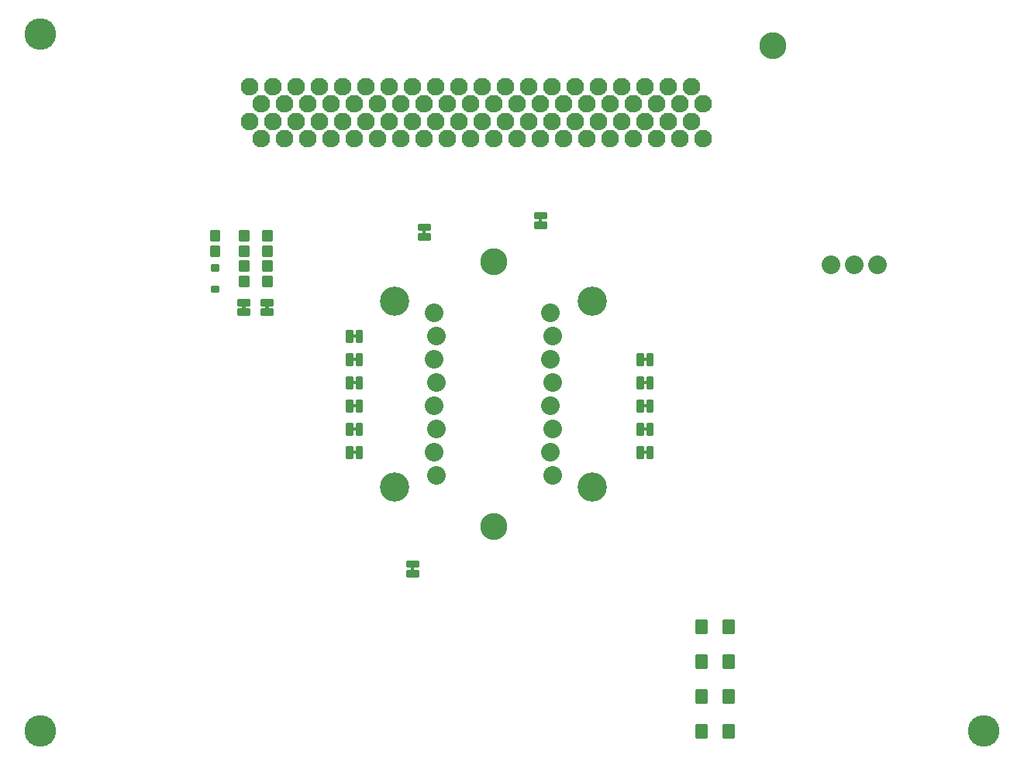
<source format=gts>
G04 EAGLE Gerber RS-274X export*
G75*
%MOMM*%
%FSLAX34Y34*%
%LPD*%
%INSoldermask Top*%
%IPPOS*%
%AMOC8*
5,1,8,0,0,1.08239X$1,22.5*%
G01*
%ADD10C,2.032000*%
%ADD11C,3.200400*%
%ADD12C,2.946400*%
%ADD13C,3.454400*%
%ADD14C,0.243431*%
%ADD15C,1.930400*%
%ADD16C,0.253525*%
%ADD17C,0.251966*%
%ADD18C,0.250366*%

G36*
X661735Y645172D02*
X661735Y645172D01*
X661801Y645174D01*
X661844Y645192D01*
X661891Y645200D01*
X661948Y645234D01*
X662008Y645259D01*
X662043Y645290D01*
X662084Y645315D01*
X662126Y645366D01*
X662174Y645410D01*
X662196Y645452D01*
X662225Y645489D01*
X662246Y645551D01*
X662277Y645610D01*
X662285Y645664D01*
X662297Y645701D01*
X662296Y645741D01*
X662304Y645795D01*
X662304Y649605D01*
X662293Y649670D01*
X662291Y649736D01*
X662273Y649779D01*
X662265Y649826D01*
X662231Y649883D01*
X662206Y649943D01*
X662175Y649978D01*
X662150Y650019D01*
X662099Y650061D01*
X662055Y650109D01*
X662013Y650131D01*
X661976Y650160D01*
X661914Y650181D01*
X661855Y650212D01*
X661801Y650220D01*
X661764Y650232D01*
X661724Y650231D01*
X661670Y650239D01*
X659130Y650239D01*
X659065Y650228D01*
X658999Y650226D01*
X658956Y650208D01*
X658909Y650200D01*
X658852Y650166D01*
X658792Y650141D01*
X658757Y650110D01*
X658716Y650085D01*
X658675Y650034D01*
X658626Y649990D01*
X658604Y649948D01*
X658575Y649911D01*
X658554Y649849D01*
X658523Y649790D01*
X658515Y649736D01*
X658503Y649699D01*
X658503Y649695D01*
X658503Y649694D01*
X658504Y649659D01*
X658496Y649605D01*
X658496Y645795D01*
X658507Y645730D01*
X658509Y645664D01*
X658527Y645621D01*
X658535Y645574D01*
X658569Y645517D01*
X658594Y645457D01*
X658625Y645422D01*
X658650Y645381D01*
X658701Y645340D01*
X658745Y645291D01*
X658787Y645269D01*
X658824Y645240D01*
X658886Y645219D01*
X658945Y645188D01*
X658999Y645180D01*
X659036Y645168D01*
X659076Y645169D01*
X659130Y645161D01*
X661670Y645161D01*
X661735Y645172D01*
G37*
G36*
X534735Y632472D02*
X534735Y632472D01*
X534801Y632474D01*
X534844Y632492D01*
X534891Y632500D01*
X534948Y632534D01*
X535008Y632559D01*
X535043Y632590D01*
X535084Y632615D01*
X535126Y632666D01*
X535174Y632710D01*
X535196Y632752D01*
X535225Y632789D01*
X535246Y632851D01*
X535277Y632910D01*
X535285Y632964D01*
X535297Y633001D01*
X535296Y633041D01*
X535304Y633095D01*
X535304Y636905D01*
X535293Y636970D01*
X535291Y637036D01*
X535273Y637079D01*
X535265Y637126D01*
X535231Y637183D01*
X535206Y637243D01*
X535175Y637278D01*
X535150Y637319D01*
X535099Y637361D01*
X535055Y637409D01*
X535013Y637431D01*
X534976Y637460D01*
X534914Y637481D01*
X534855Y637512D01*
X534801Y637520D01*
X534764Y637532D01*
X534724Y637531D01*
X534670Y637539D01*
X532130Y637539D01*
X532065Y637528D01*
X531999Y637526D01*
X531956Y637508D01*
X531909Y637500D01*
X531852Y637466D01*
X531792Y637441D01*
X531757Y637410D01*
X531716Y637385D01*
X531675Y637334D01*
X531626Y637290D01*
X531604Y637248D01*
X531575Y637211D01*
X531554Y637149D01*
X531523Y637090D01*
X531515Y637036D01*
X531503Y636999D01*
X531503Y636995D01*
X531503Y636994D01*
X531504Y636959D01*
X531496Y636905D01*
X531496Y633095D01*
X531507Y633030D01*
X531509Y632964D01*
X531527Y632921D01*
X531535Y632874D01*
X531569Y632817D01*
X531594Y632757D01*
X531625Y632722D01*
X531650Y632681D01*
X531701Y632640D01*
X531745Y632591D01*
X531787Y632569D01*
X531824Y632540D01*
X531886Y632519D01*
X531945Y632488D01*
X531999Y632480D01*
X532036Y632468D01*
X532076Y632469D01*
X532130Y632461D01*
X534670Y632461D01*
X534735Y632472D01*
G37*
G36*
X363285Y549922D02*
X363285Y549922D01*
X363351Y549924D01*
X363394Y549942D01*
X363441Y549950D01*
X363498Y549984D01*
X363558Y550009D01*
X363593Y550040D01*
X363634Y550065D01*
X363676Y550116D01*
X363724Y550160D01*
X363746Y550202D01*
X363775Y550239D01*
X363796Y550301D01*
X363827Y550360D01*
X363835Y550414D01*
X363847Y550451D01*
X363846Y550491D01*
X363854Y550545D01*
X363854Y554355D01*
X363843Y554420D01*
X363841Y554486D01*
X363823Y554529D01*
X363815Y554576D01*
X363781Y554633D01*
X363756Y554693D01*
X363725Y554728D01*
X363700Y554769D01*
X363649Y554811D01*
X363605Y554859D01*
X363563Y554881D01*
X363526Y554910D01*
X363464Y554931D01*
X363405Y554962D01*
X363351Y554970D01*
X363314Y554982D01*
X363274Y554981D01*
X363220Y554989D01*
X360680Y554989D01*
X360615Y554978D01*
X360549Y554976D01*
X360506Y554958D01*
X360459Y554950D01*
X360402Y554916D01*
X360342Y554891D01*
X360307Y554860D01*
X360266Y554835D01*
X360225Y554784D01*
X360176Y554740D01*
X360154Y554698D01*
X360125Y554661D01*
X360104Y554599D01*
X360073Y554540D01*
X360065Y554486D01*
X360053Y554449D01*
X360053Y554445D01*
X360053Y554444D01*
X360054Y554409D01*
X360046Y554355D01*
X360046Y550545D01*
X360057Y550480D01*
X360059Y550414D01*
X360077Y550371D01*
X360085Y550324D01*
X360119Y550267D01*
X360144Y550207D01*
X360175Y550172D01*
X360200Y550131D01*
X360251Y550090D01*
X360295Y550041D01*
X360337Y550019D01*
X360374Y549990D01*
X360436Y549969D01*
X360495Y549938D01*
X360549Y549930D01*
X360586Y549918D01*
X360626Y549919D01*
X360680Y549911D01*
X363220Y549911D01*
X363285Y549922D01*
G37*
G36*
X337885Y549922D02*
X337885Y549922D01*
X337951Y549924D01*
X337994Y549942D01*
X338041Y549950D01*
X338098Y549984D01*
X338158Y550009D01*
X338193Y550040D01*
X338234Y550065D01*
X338276Y550116D01*
X338324Y550160D01*
X338346Y550202D01*
X338375Y550239D01*
X338396Y550301D01*
X338427Y550360D01*
X338435Y550414D01*
X338447Y550451D01*
X338446Y550491D01*
X338454Y550545D01*
X338454Y554355D01*
X338443Y554420D01*
X338441Y554486D01*
X338423Y554529D01*
X338415Y554576D01*
X338381Y554633D01*
X338356Y554693D01*
X338325Y554728D01*
X338300Y554769D01*
X338249Y554811D01*
X338205Y554859D01*
X338163Y554881D01*
X338126Y554910D01*
X338064Y554931D01*
X338005Y554962D01*
X337951Y554970D01*
X337914Y554982D01*
X337874Y554981D01*
X337820Y554989D01*
X335280Y554989D01*
X335215Y554978D01*
X335149Y554976D01*
X335106Y554958D01*
X335059Y554950D01*
X335002Y554916D01*
X334942Y554891D01*
X334907Y554860D01*
X334866Y554835D01*
X334825Y554784D01*
X334776Y554740D01*
X334754Y554698D01*
X334725Y554661D01*
X334704Y554599D01*
X334673Y554540D01*
X334665Y554486D01*
X334653Y554449D01*
X334653Y554445D01*
X334653Y554444D01*
X334654Y554409D01*
X334646Y554355D01*
X334646Y550545D01*
X334657Y550480D01*
X334659Y550414D01*
X334677Y550371D01*
X334685Y550324D01*
X334719Y550267D01*
X334744Y550207D01*
X334775Y550172D01*
X334800Y550131D01*
X334851Y550090D01*
X334895Y550041D01*
X334937Y550019D01*
X334974Y549990D01*
X335036Y549969D01*
X335095Y549938D01*
X335149Y549930D01*
X335186Y549918D01*
X335226Y549919D01*
X335280Y549911D01*
X337820Y549911D01*
X337885Y549922D01*
G37*
G36*
X522035Y264172D02*
X522035Y264172D01*
X522101Y264174D01*
X522144Y264192D01*
X522191Y264200D01*
X522248Y264234D01*
X522308Y264259D01*
X522343Y264290D01*
X522384Y264315D01*
X522426Y264366D01*
X522474Y264410D01*
X522496Y264452D01*
X522525Y264489D01*
X522546Y264551D01*
X522577Y264610D01*
X522585Y264664D01*
X522597Y264701D01*
X522596Y264741D01*
X522604Y264795D01*
X522604Y268605D01*
X522593Y268670D01*
X522591Y268736D01*
X522573Y268779D01*
X522565Y268826D01*
X522531Y268883D01*
X522506Y268943D01*
X522475Y268978D01*
X522450Y269019D01*
X522399Y269061D01*
X522355Y269109D01*
X522313Y269131D01*
X522276Y269160D01*
X522214Y269181D01*
X522155Y269212D01*
X522101Y269220D01*
X522064Y269232D01*
X522024Y269231D01*
X521970Y269239D01*
X519430Y269239D01*
X519365Y269228D01*
X519299Y269226D01*
X519256Y269208D01*
X519209Y269200D01*
X519152Y269166D01*
X519092Y269141D01*
X519057Y269110D01*
X519016Y269085D01*
X518975Y269034D01*
X518926Y268990D01*
X518904Y268948D01*
X518875Y268911D01*
X518854Y268849D01*
X518823Y268790D01*
X518815Y268736D01*
X518803Y268699D01*
X518803Y268695D01*
X518803Y268694D01*
X518804Y268659D01*
X518796Y268605D01*
X518796Y264795D01*
X518807Y264730D01*
X518809Y264664D01*
X518827Y264621D01*
X518835Y264574D01*
X518869Y264517D01*
X518894Y264457D01*
X518925Y264422D01*
X518950Y264381D01*
X519001Y264340D01*
X519045Y264291D01*
X519087Y264269D01*
X519124Y264240D01*
X519186Y264219D01*
X519245Y264188D01*
X519299Y264180D01*
X519336Y264168D01*
X519376Y264169D01*
X519430Y264161D01*
X521970Y264161D01*
X522035Y264172D01*
G37*
G36*
X459170Y518807D02*
X459170Y518807D01*
X459236Y518809D01*
X459279Y518827D01*
X459326Y518835D01*
X459383Y518869D01*
X459443Y518894D01*
X459478Y518925D01*
X459519Y518950D01*
X459561Y519001D01*
X459609Y519045D01*
X459631Y519087D01*
X459660Y519124D01*
X459681Y519186D01*
X459712Y519245D01*
X459720Y519299D01*
X459732Y519336D01*
X459731Y519376D01*
X459739Y519430D01*
X459739Y521970D01*
X459728Y522035D01*
X459726Y522101D01*
X459708Y522144D01*
X459700Y522191D01*
X459666Y522248D01*
X459641Y522308D01*
X459610Y522343D01*
X459585Y522384D01*
X459534Y522426D01*
X459490Y522474D01*
X459448Y522496D01*
X459411Y522525D01*
X459349Y522546D01*
X459290Y522577D01*
X459236Y522585D01*
X459199Y522597D01*
X459159Y522596D01*
X459105Y522604D01*
X455295Y522604D01*
X455230Y522593D01*
X455164Y522591D01*
X455121Y522573D01*
X455074Y522565D01*
X455017Y522531D01*
X454957Y522506D01*
X454922Y522475D01*
X454881Y522450D01*
X454840Y522399D01*
X454791Y522355D01*
X454769Y522313D01*
X454740Y522276D01*
X454719Y522214D01*
X454688Y522155D01*
X454680Y522101D01*
X454668Y522064D01*
X454668Y522061D01*
X454669Y522024D01*
X454661Y521970D01*
X454661Y519430D01*
X454672Y519365D01*
X454674Y519299D01*
X454692Y519256D01*
X454700Y519209D01*
X454734Y519152D01*
X454759Y519092D01*
X454790Y519057D01*
X454815Y519016D01*
X454866Y518975D01*
X454910Y518926D01*
X454952Y518904D01*
X454989Y518875D01*
X455051Y518854D01*
X455110Y518823D01*
X455164Y518815D01*
X455201Y518803D01*
X455241Y518804D01*
X455295Y518796D01*
X459105Y518796D01*
X459170Y518807D01*
G37*
G36*
X776670Y493407D02*
X776670Y493407D01*
X776736Y493409D01*
X776779Y493427D01*
X776826Y493435D01*
X776883Y493469D01*
X776943Y493494D01*
X776978Y493525D01*
X777019Y493550D01*
X777061Y493601D01*
X777109Y493645D01*
X777131Y493687D01*
X777160Y493724D01*
X777181Y493786D01*
X777212Y493845D01*
X777220Y493899D01*
X777232Y493936D01*
X777231Y493976D01*
X777239Y494030D01*
X777239Y496570D01*
X777228Y496635D01*
X777226Y496701D01*
X777208Y496744D01*
X777200Y496791D01*
X777166Y496848D01*
X777141Y496908D01*
X777110Y496943D01*
X777085Y496984D01*
X777034Y497026D01*
X776990Y497074D01*
X776948Y497096D01*
X776911Y497125D01*
X776849Y497146D01*
X776790Y497177D01*
X776736Y497185D01*
X776699Y497197D01*
X776659Y497196D01*
X776605Y497204D01*
X772795Y497204D01*
X772730Y497193D01*
X772664Y497191D01*
X772621Y497173D01*
X772574Y497165D01*
X772517Y497131D01*
X772457Y497106D01*
X772422Y497075D01*
X772381Y497050D01*
X772340Y496999D01*
X772291Y496955D01*
X772269Y496913D01*
X772240Y496876D01*
X772219Y496814D01*
X772188Y496755D01*
X772180Y496701D01*
X772168Y496664D01*
X772168Y496661D01*
X772169Y496624D01*
X772161Y496570D01*
X772161Y494030D01*
X772172Y493965D01*
X772174Y493899D01*
X772192Y493856D01*
X772200Y493809D01*
X772234Y493752D01*
X772259Y493692D01*
X772290Y493657D01*
X772315Y493616D01*
X772366Y493575D01*
X772410Y493526D01*
X772452Y493504D01*
X772489Y493475D01*
X772551Y493454D01*
X772610Y493423D01*
X772664Y493415D01*
X772701Y493403D01*
X772741Y493404D01*
X772795Y493396D01*
X776605Y493396D01*
X776670Y493407D01*
G37*
G36*
X459170Y493407D02*
X459170Y493407D01*
X459236Y493409D01*
X459279Y493427D01*
X459326Y493435D01*
X459383Y493469D01*
X459443Y493494D01*
X459478Y493525D01*
X459519Y493550D01*
X459561Y493601D01*
X459609Y493645D01*
X459631Y493687D01*
X459660Y493724D01*
X459681Y493786D01*
X459712Y493845D01*
X459720Y493899D01*
X459732Y493936D01*
X459731Y493976D01*
X459739Y494030D01*
X459739Y496570D01*
X459728Y496635D01*
X459726Y496701D01*
X459708Y496744D01*
X459700Y496791D01*
X459666Y496848D01*
X459641Y496908D01*
X459610Y496943D01*
X459585Y496984D01*
X459534Y497026D01*
X459490Y497074D01*
X459448Y497096D01*
X459411Y497125D01*
X459349Y497146D01*
X459290Y497177D01*
X459236Y497185D01*
X459199Y497197D01*
X459159Y497196D01*
X459105Y497204D01*
X455295Y497204D01*
X455230Y497193D01*
X455164Y497191D01*
X455121Y497173D01*
X455074Y497165D01*
X455017Y497131D01*
X454957Y497106D01*
X454922Y497075D01*
X454881Y497050D01*
X454840Y496999D01*
X454791Y496955D01*
X454769Y496913D01*
X454740Y496876D01*
X454719Y496814D01*
X454688Y496755D01*
X454680Y496701D01*
X454668Y496664D01*
X454668Y496661D01*
X454669Y496624D01*
X454661Y496570D01*
X454661Y494030D01*
X454672Y493965D01*
X454674Y493899D01*
X454692Y493856D01*
X454700Y493809D01*
X454734Y493752D01*
X454759Y493692D01*
X454790Y493657D01*
X454815Y493616D01*
X454866Y493575D01*
X454910Y493526D01*
X454952Y493504D01*
X454989Y493475D01*
X455051Y493454D01*
X455110Y493423D01*
X455164Y493415D01*
X455201Y493403D01*
X455241Y493404D01*
X455295Y493396D01*
X459105Y493396D01*
X459170Y493407D01*
G37*
G36*
X776670Y468007D02*
X776670Y468007D01*
X776736Y468009D01*
X776779Y468027D01*
X776826Y468035D01*
X776883Y468069D01*
X776943Y468094D01*
X776978Y468125D01*
X777019Y468150D01*
X777061Y468201D01*
X777109Y468245D01*
X777131Y468287D01*
X777160Y468324D01*
X777181Y468386D01*
X777212Y468445D01*
X777220Y468499D01*
X777232Y468536D01*
X777231Y468576D01*
X777239Y468630D01*
X777239Y471170D01*
X777228Y471235D01*
X777226Y471301D01*
X777208Y471344D01*
X777200Y471391D01*
X777166Y471448D01*
X777141Y471508D01*
X777110Y471543D01*
X777085Y471584D01*
X777034Y471626D01*
X776990Y471674D01*
X776948Y471696D01*
X776911Y471725D01*
X776849Y471746D01*
X776790Y471777D01*
X776736Y471785D01*
X776699Y471797D01*
X776659Y471796D01*
X776605Y471804D01*
X772795Y471804D01*
X772730Y471793D01*
X772664Y471791D01*
X772621Y471773D01*
X772574Y471765D01*
X772517Y471731D01*
X772457Y471706D01*
X772422Y471675D01*
X772381Y471650D01*
X772340Y471599D01*
X772291Y471555D01*
X772269Y471513D01*
X772240Y471476D01*
X772219Y471414D01*
X772188Y471355D01*
X772180Y471301D01*
X772168Y471264D01*
X772168Y471261D01*
X772169Y471224D01*
X772161Y471170D01*
X772161Y468630D01*
X772172Y468565D01*
X772174Y468499D01*
X772192Y468456D01*
X772200Y468409D01*
X772234Y468352D01*
X772259Y468292D01*
X772290Y468257D01*
X772315Y468216D01*
X772366Y468175D01*
X772410Y468126D01*
X772452Y468104D01*
X772489Y468075D01*
X772551Y468054D01*
X772610Y468023D01*
X772664Y468015D01*
X772701Y468003D01*
X772741Y468004D01*
X772795Y467996D01*
X776605Y467996D01*
X776670Y468007D01*
G37*
G36*
X459170Y468007D02*
X459170Y468007D01*
X459236Y468009D01*
X459279Y468027D01*
X459326Y468035D01*
X459383Y468069D01*
X459443Y468094D01*
X459478Y468125D01*
X459519Y468150D01*
X459561Y468201D01*
X459609Y468245D01*
X459631Y468287D01*
X459660Y468324D01*
X459681Y468386D01*
X459712Y468445D01*
X459720Y468499D01*
X459732Y468536D01*
X459731Y468576D01*
X459739Y468630D01*
X459739Y471170D01*
X459728Y471235D01*
X459726Y471301D01*
X459708Y471344D01*
X459700Y471391D01*
X459666Y471448D01*
X459641Y471508D01*
X459610Y471543D01*
X459585Y471584D01*
X459534Y471626D01*
X459490Y471674D01*
X459448Y471696D01*
X459411Y471725D01*
X459349Y471746D01*
X459290Y471777D01*
X459236Y471785D01*
X459199Y471797D01*
X459159Y471796D01*
X459105Y471804D01*
X455295Y471804D01*
X455230Y471793D01*
X455164Y471791D01*
X455121Y471773D01*
X455074Y471765D01*
X455017Y471731D01*
X454957Y471706D01*
X454922Y471675D01*
X454881Y471650D01*
X454840Y471599D01*
X454791Y471555D01*
X454769Y471513D01*
X454740Y471476D01*
X454719Y471414D01*
X454688Y471355D01*
X454680Y471301D01*
X454668Y471264D01*
X454668Y471261D01*
X454669Y471224D01*
X454661Y471170D01*
X454661Y468630D01*
X454672Y468565D01*
X454674Y468499D01*
X454692Y468456D01*
X454700Y468409D01*
X454734Y468352D01*
X454759Y468292D01*
X454790Y468257D01*
X454815Y468216D01*
X454866Y468175D01*
X454910Y468126D01*
X454952Y468104D01*
X454989Y468075D01*
X455051Y468054D01*
X455110Y468023D01*
X455164Y468015D01*
X455201Y468003D01*
X455241Y468004D01*
X455295Y467996D01*
X459105Y467996D01*
X459170Y468007D01*
G37*
G36*
X459170Y442607D02*
X459170Y442607D01*
X459236Y442609D01*
X459279Y442627D01*
X459326Y442635D01*
X459383Y442669D01*
X459443Y442694D01*
X459478Y442725D01*
X459519Y442750D01*
X459561Y442801D01*
X459609Y442845D01*
X459631Y442887D01*
X459660Y442924D01*
X459681Y442986D01*
X459712Y443045D01*
X459720Y443099D01*
X459732Y443136D01*
X459731Y443176D01*
X459739Y443230D01*
X459739Y445770D01*
X459728Y445835D01*
X459726Y445901D01*
X459708Y445944D01*
X459700Y445991D01*
X459666Y446048D01*
X459641Y446108D01*
X459610Y446143D01*
X459585Y446184D01*
X459534Y446226D01*
X459490Y446274D01*
X459448Y446296D01*
X459411Y446325D01*
X459349Y446346D01*
X459290Y446377D01*
X459236Y446385D01*
X459199Y446397D01*
X459159Y446396D01*
X459105Y446404D01*
X455295Y446404D01*
X455230Y446393D01*
X455164Y446391D01*
X455121Y446373D01*
X455074Y446365D01*
X455017Y446331D01*
X454957Y446306D01*
X454922Y446275D01*
X454881Y446250D01*
X454840Y446199D01*
X454791Y446155D01*
X454769Y446113D01*
X454740Y446076D01*
X454719Y446014D01*
X454688Y445955D01*
X454680Y445901D01*
X454668Y445864D01*
X454668Y445861D01*
X454669Y445824D01*
X454661Y445770D01*
X454661Y443230D01*
X454672Y443165D01*
X454674Y443099D01*
X454692Y443056D01*
X454700Y443009D01*
X454734Y442952D01*
X454759Y442892D01*
X454790Y442857D01*
X454815Y442816D01*
X454866Y442775D01*
X454910Y442726D01*
X454952Y442704D01*
X454989Y442675D01*
X455051Y442654D01*
X455110Y442623D01*
X455164Y442615D01*
X455201Y442603D01*
X455241Y442604D01*
X455295Y442596D01*
X459105Y442596D01*
X459170Y442607D01*
G37*
G36*
X776670Y442607D02*
X776670Y442607D01*
X776736Y442609D01*
X776779Y442627D01*
X776826Y442635D01*
X776883Y442669D01*
X776943Y442694D01*
X776978Y442725D01*
X777019Y442750D01*
X777061Y442801D01*
X777109Y442845D01*
X777131Y442887D01*
X777160Y442924D01*
X777181Y442986D01*
X777212Y443045D01*
X777220Y443099D01*
X777232Y443136D01*
X777231Y443176D01*
X777239Y443230D01*
X777239Y445770D01*
X777228Y445835D01*
X777226Y445901D01*
X777208Y445944D01*
X777200Y445991D01*
X777166Y446048D01*
X777141Y446108D01*
X777110Y446143D01*
X777085Y446184D01*
X777034Y446226D01*
X776990Y446274D01*
X776948Y446296D01*
X776911Y446325D01*
X776849Y446346D01*
X776790Y446377D01*
X776736Y446385D01*
X776699Y446397D01*
X776659Y446396D01*
X776605Y446404D01*
X772795Y446404D01*
X772730Y446393D01*
X772664Y446391D01*
X772621Y446373D01*
X772574Y446365D01*
X772517Y446331D01*
X772457Y446306D01*
X772422Y446275D01*
X772381Y446250D01*
X772340Y446199D01*
X772291Y446155D01*
X772269Y446113D01*
X772240Y446076D01*
X772219Y446014D01*
X772188Y445955D01*
X772180Y445901D01*
X772168Y445864D01*
X772168Y445861D01*
X772169Y445824D01*
X772161Y445770D01*
X772161Y443230D01*
X772172Y443165D01*
X772174Y443099D01*
X772192Y443056D01*
X772200Y443009D01*
X772234Y442952D01*
X772259Y442892D01*
X772290Y442857D01*
X772315Y442816D01*
X772366Y442775D01*
X772410Y442726D01*
X772452Y442704D01*
X772489Y442675D01*
X772551Y442654D01*
X772610Y442623D01*
X772664Y442615D01*
X772701Y442603D01*
X772741Y442604D01*
X772795Y442596D01*
X776605Y442596D01*
X776670Y442607D01*
G37*
G36*
X459170Y417207D02*
X459170Y417207D01*
X459236Y417209D01*
X459279Y417227D01*
X459326Y417235D01*
X459383Y417269D01*
X459443Y417294D01*
X459478Y417325D01*
X459519Y417350D01*
X459561Y417401D01*
X459609Y417445D01*
X459631Y417487D01*
X459660Y417524D01*
X459681Y417586D01*
X459712Y417645D01*
X459720Y417699D01*
X459732Y417736D01*
X459731Y417776D01*
X459739Y417830D01*
X459739Y420370D01*
X459728Y420435D01*
X459726Y420501D01*
X459708Y420544D01*
X459700Y420591D01*
X459666Y420648D01*
X459641Y420708D01*
X459610Y420743D01*
X459585Y420784D01*
X459534Y420826D01*
X459490Y420874D01*
X459448Y420896D01*
X459411Y420925D01*
X459349Y420946D01*
X459290Y420977D01*
X459236Y420985D01*
X459199Y420997D01*
X459159Y420996D01*
X459105Y421004D01*
X455295Y421004D01*
X455230Y420993D01*
X455164Y420991D01*
X455121Y420973D01*
X455074Y420965D01*
X455017Y420931D01*
X454957Y420906D01*
X454922Y420875D01*
X454881Y420850D01*
X454840Y420799D01*
X454791Y420755D01*
X454769Y420713D01*
X454740Y420676D01*
X454719Y420614D01*
X454688Y420555D01*
X454680Y420501D01*
X454668Y420464D01*
X454668Y420461D01*
X454669Y420424D01*
X454661Y420370D01*
X454661Y417830D01*
X454672Y417765D01*
X454674Y417699D01*
X454692Y417656D01*
X454700Y417609D01*
X454734Y417552D01*
X454759Y417492D01*
X454790Y417457D01*
X454815Y417416D01*
X454866Y417375D01*
X454910Y417326D01*
X454952Y417304D01*
X454989Y417275D01*
X455051Y417254D01*
X455110Y417223D01*
X455164Y417215D01*
X455201Y417203D01*
X455241Y417204D01*
X455295Y417196D01*
X459105Y417196D01*
X459170Y417207D01*
G37*
G36*
X776670Y417207D02*
X776670Y417207D01*
X776736Y417209D01*
X776779Y417227D01*
X776826Y417235D01*
X776883Y417269D01*
X776943Y417294D01*
X776978Y417325D01*
X777019Y417350D01*
X777061Y417401D01*
X777109Y417445D01*
X777131Y417487D01*
X777160Y417524D01*
X777181Y417586D01*
X777212Y417645D01*
X777220Y417699D01*
X777232Y417736D01*
X777231Y417776D01*
X777239Y417830D01*
X777239Y420370D01*
X777228Y420435D01*
X777226Y420501D01*
X777208Y420544D01*
X777200Y420591D01*
X777166Y420648D01*
X777141Y420708D01*
X777110Y420743D01*
X777085Y420784D01*
X777034Y420826D01*
X776990Y420874D01*
X776948Y420896D01*
X776911Y420925D01*
X776849Y420946D01*
X776790Y420977D01*
X776736Y420985D01*
X776699Y420997D01*
X776659Y420996D01*
X776605Y421004D01*
X772795Y421004D01*
X772730Y420993D01*
X772664Y420991D01*
X772621Y420973D01*
X772574Y420965D01*
X772517Y420931D01*
X772457Y420906D01*
X772422Y420875D01*
X772381Y420850D01*
X772340Y420799D01*
X772291Y420755D01*
X772269Y420713D01*
X772240Y420676D01*
X772219Y420614D01*
X772188Y420555D01*
X772180Y420501D01*
X772168Y420464D01*
X772168Y420461D01*
X772169Y420424D01*
X772161Y420370D01*
X772161Y417830D01*
X772172Y417765D01*
X772174Y417699D01*
X772192Y417656D01*
X772200Y417609D01*
X772234Y417552D01*
X772259Y417492D01*
X772290Y417457D01*
X772315Y417416D01*
X772366Y417375D01*
X772410Y417326D01*
X772452Y417304D01*
X772489Y417275D01*
X772551Y417254D01*
X772610Y417223D01*
X772664Y417215D01*
X772701Y417203D01*
X772741Y417204D01*
X772795Y417196D01*
X776605Y417196D01*
X776670Y417207D01*
G37*
G36*
X776670Y391807D02*
X776670Y391807D01*
X776736Y391809D01*
X776779Y391827D01*
X776826Y391835D01*
X776883Y391869D01*
X776943Y391894D01*
X776978Y391925D01*
X777019Y391950D01*
X777061Y392001D01*
X777109Y392045D01*
X777131Y392087D01*
X777160Y392124D01*
X777181Y392186D01*
X777212Y392245D01*
X777220Y392299D01*
X777232Y392336D01*
X777231Y392376D01*
X777239Y392430D01*
X777239Y394970D01*
X777228Y395035D01*
X777226Y395101D01*
X777208Y395144D01*
X777200Y395191D01*
X777166Y395248D01*
X777141Y395308D01*
X777110Y395343D01*
X777085Y395384D01*
X777034Y395426D01*
X776990Y395474D01*
X776948Y395496D01*
X776911Y395525D01*
X776849Y395546D01*
X776790Y395577D01*
X776736Y395585D01*
X776699Y395597D01*
X776659Y395596D01*
X776605Y395604D01*
X772795Y395604D01*
X772730Y395593D01*
X772664Y395591D01*
X772621Y395573D01*
X772574Y395565D01*
X772517Y395531D01*
X772457Y395506D01*
X772422Y395475D01*
X772381Y395450D01*
X772340Y395399D01*
X772291Y395355D01*
X772269Y395313D01*
X772240Y395276D01*
X772219Y395214D01*
X772188Y395155D01*
X772180Y395101D01*
X772168Y395064D01*
X772168Y395061D01*
X772169Y395024D01*
X772161Y394970D01*
X772161Y392430D01*
X772172Y392365D01*
X772174Y392299D01*
X772192Y392256D01*
X772200Y392209D01*
X772234Y392152D01*
X772259Y392092D01*
X772290Y392057D01*
X772315Y392016D01*
X772366Y391975D01*
X772410Y391926D01*
X772452Y391904D01*
X772489Y391875D01*
X772551Y391854D01*
X772610Y391823D01*
X772664Y391815D01*
X772701Y391803D01*
X772741Y391804D01*
X772795Y391796D01*
X776605Y391796D01*
X776670Y391807D01*
G37*
G36*
X459170Y391807D02*
X459170Y391807D01*
X459236Y391809D01*
X459279Y391827D01*
X459326Y391835D01*
X459383Y391869D01*
X459443Y391894D01*
X459478Y391925D01*
X459519Y391950D01*
X459561Y392001D01*
X459609Y392045D01*
X459631Y392087D01*
X459660Y392124D01*
X459681Y392186D01*
X459712Y392245D01*
X459720Y392299D01*
X459732Y392336D01*
X459731Y392376D01*
X459739Y392430D01*
X459739Y394970D01*
X459728Y395035D01*
X459726Y395101D01*
X459708Y395144D01*
X459700Y395191D01*
X459666Y395248D01*
X459641Y395308D01*
X459610Y395343D01*
X459585Y395384D01*
X459534Y395426D01*
X459490Y395474D01*
X459448Y395496D01*
X459411Y395525D01*
X459349Y395546D01*
X459290Y395577D01*
X459236Y395585D01*
X459199Y395597D01*
X459159Y395596D01*
X459105Y395604D01*
X455295Y395604D01*
X455230Y395593D01*
X455164Y395591D01*
X455121Y395573D01*
X455074Y395565D01*
X455017Y395531D01*
X454957Y395506D01*
X454922Y395475D01*
X454881Y395450D01*
X454840Y395399D01*
X454791Y395355D01*
X454769Y395313D01*
X454740Y395276D01*
X454719Y395214D01*
X454688Y395155D01*
X454680Y395101D01*
X454668Y395064D01*
X454668Y395061D01*
X454669Y395024D01*
X454661Y394970D01*
X454661Y392430D01*
X454672Y392365D01*
X454674Y392299D01*
X454692Y392256D01*
X454700Y392209D01*
X454734Y392152D01*
X454759Y392092D01*
X454790Y392057D01*
X454815Y392016D01*
X454866Y391975D01*
X454910Y391926D01*
X454952Y391904D01*
X454989Y391875D01*
X455051Y391854D01*
X455110Y391823D01*
X455164Y391815D01*
X455201Y391803D01*
X455241Y391804D01*
X455295Y391796D01*
X459105Y391796D01*
X459170Y391807D01*
G37*
D10*
X547370Y368300D03*
X544830Y393700D03*
X547370Y419100D03*
X544830Y444500D03*
X547370Y469900D03*
X544830Y495300D03*
X547370Y520700D03*
X544830Y546100D03*
X671830Y546100D03*
X674370Y520700D03*
X671830Y495300D03*
X674370Y469900D03*
X671830Y444500D03*
X674370Y419100D03*
X671830Y393700D03*
X674370Y368300D03*
D11*
X501650Y355600D03*
X501650Y558800D03*
X717550Y355600D03*
X717550Y558800D03*
D12*
X609600Y312420D03*
X609600Y601980D03*
D13*
X1145200Y88900D03*
X114300Y88900D03*
X114300Y850900D03*
D14*
X830355Y82355D02*
X841445Y82355D01*
X830355Y82355D02*
X830355Y95445D01*
X841445Y95445D01*
X841445Y82355D01*
X841445Y84667D02*
X830355Y84667D01*
X830355Y86979D02*
X841445Y86979D01*
X841445Y89291D02*
X830355Y89291D01*
X830355Y91603D02*
X841445Y91603D01*
X841445Y93915D02*
X830355Y93915D01*
X860355Y82355D02*
X871445Y82355D01*
X860355Y82355D02*
X860355Y95445D01*
X871445Y95445D01*
X871445Y82355D01*
X871445Y84667D02*
X860355Y84667D01*
X860355Y86979D02*
X871445Y86979D01*
X871445Y89291D02*
X860355Y89291D01*
X860355Y91603D02*
X871445Y91603D01*
X871445Y93915D02*
X860355Y93915D01*
X841445Y120455D02*
X830355Y120455D01*
X830355Y133545D01*
X841445Y133545D01*
X841445Y120455D01*
X841445Y122767D02*
X830355Y122767D01*
X830355Y125079D02*
X841445Y125079D01*
X841445Y127391D02*
X830355Y127391D01*
X830355Y129703D02*
X841445Y129703D01*
X841445Y132015D02*
X830355Y132015D01*
X860355Y120455D02*
X871445Y120455D01*
X860355Y120455D02*
X860355Y133545D01*
X871445Y133545D01*
X871445Y120455D01*
X871445Y122767D02*
X860355Y122767D01*
X860355Y125079D02*
X871445Y125079D01*
X871445Y127391D02*
X860355Y127391D01*
X860355Y129703D02*
X871445Y129703D01*
X871445Y132015D02*
X860355Y132015D01*
X841445Y158555D02*
X830355Y158555D01*
X830355Y171645D01*
X841445Y171645D01*
X841445Y158555D01*
X841445Y160867D02*
X830355Y160867D01*
X830355Y163179D02*
X841445Y163179D01*
X841445Y165491D02*
X830355Y165491D01*
X830355Y167803D02*
X841445Y167803D01*
X841445Y170115D02*
X830355Y170115D01*
X860355Y158555D02*
X871445Y158555D01*
X860355Y158555D02*
X860355Y171645D01*
X871445Y171645D01*
X871445Y158555D01*
X871445Y160867D02*
X860355Y160867D01*
X860355Y163179D02*
X871445Y163179D01*
X871445Y165491D02*
X860355Y165491D01*
X860355Y167803D02*
X871445Y167803D01*
X871445Y170115D02*
X860355Y170115D01*
X841445Y196655D02*
X830355Y196655D01*
X830355Y209745D01*
X841445Y209745D01*
X841445Y196655D01*
X841445Y198967D02*
X830355Y198967D01*
X830355Y201279D02*
X841445Y201279D01*
X841445Y203591D02*
X830355Y203591D01*
X830355Y205903D02*
X841445Y205903D01*
X841445Y208215D02*
X830355Y208215D01*
X860355Y196655D02*
X871445Y196655D01*
X860355Y196655D02*
X860355Y209745D01*
X871445Y209745D01*
X871445Y196655D01*
X871445Y198967D02*
X860355Y198967D01*
X860355Y201279D02*
X871445Y201279D01*
X871445Y203591D02*
X860355Y203591D01*
X860355Y205903D02*
X871445Y205903D01*
X871445Y208215D02*
X860355Y208215D01*
D15*
X355600Y736600D03*
X381000Y736600D03*
X406400Y736600D03*
X431800Y736600D03*
X457200Y736600D03*
X482600Y736600D03*
X508000Y736600D03*
X533400Y736600D03*
X558800Y736600D03*
X584200Y736600D03*
X609600Y736600D03*
X635000Y736600D03*
X660400Y736600D03*
X685800Y736600D03*
X711200Y736600D03*
X736600Y736600D03*
X762000Y736600D03*
X787400Y736600D03*
X812800Y736600D03*
X838200Y736600D03*
X342900Y755650D03*
X368300Y755650D03*
X393700Y755650D03*
X419100Y755650D03*
X444500Y755650D03*
X469900Y755650D03*
X495300Y755650D03*
X520700Y755650D03*
X546100Y755650D03*
X571500Y755650D03*
X596900Y755650D03*
X622300Y755650D03*
X647700Y755650D03*
X673100Y755650D03*
X698500Y755650D03*
X723900Y755650D03*
X749300Y755650D03*
X774700Y755650D03*
X800100Y755650D03*
X825500Y755650D03*
X355600Y774700D03*
X381000Y774700D03*
X406400Y774700D03*
X431800Y774700D03*
X457200Y774700D03*
X482600Y774700D03*
X508000Y774700D03*
X533400Y774700D03*
X558800Y774700D03*
X584200Y774700D03*
X609600Y774700D03*
X635000Y774700D03*
X660400Y774700D03*
X685800Y774700D03*
X711200Y774700D03*
X736600Y774700D03*
X762000Y774700D03*
X787400Y774700D03*
X812800Y774700D03*
X838200Y774700D03*
X342900Y793750D03*
X368300Y793750D03*
X393700Y793750D03*
X419100Y793750D03*
X444500Y793750D03*
X469900Y793750D03*
X495300Y793750D03*
X520700Y793750D03*
X546100Y793750D03*
X571500Y793750D03*
X596900Y793750D03*
X622300Y793750D03*
X647700Y793750D03*
X673100Y793750D03*
X698500Y793750D03*
X723900Y793750D03*
X749300Y793750D03*
X774700Y793750D03*
X800100Y793750D03*
X825500Y793750D03*
D12*
X914400Y838200D03*
D16*
X341045Y618795D02*
X341045Y608805D01*
X332055Y608805D01*
X332055Y618795D01*
X341045Y618795D01*
X341045Y611213D02*
X332055Y611213D01*
X332055Y613621D02*
X341045Y613621D01*
X341045Y616029D02*
X332055Y616029D01*
X332055Y618437D02*
X341045Y618437D01*
X341045Y625805D02*
X341045Y635795D01*
X341045Y625805D02*
X332055Y625805D01*
X332055Y635795D01*
X341045Y635795D01*
X341045Y628213D02*
X332055Y628213D01*
X332055Y630621D02*
X341045Y630621D01*
X341045Y633029D02*
X332055Y633029D01*
X332055Y635437D02*
X341045Y635437D01*
X341045Y585775D02*
X341045Y575785D01*
X332055Y575785D01*
X332055Y585775D01*
X341045Y585775D01*
X341045Y578193D02*
X332055Y578193D01*
X332055Y580601D02*
X341045Y580601D01*
X341045Y583009D02*
X332055Y583009D01*
X332055Y585417D02*
X341045Y585417D01*
X341045Y592785D02*
X341045Y602775D01*
X341045Y592785D02*
X332055Y592785D01*
X332055Y602775D01*
X341045Y602775D01*
X341045Y595193D02*
X332055Y595193D01*
X332055Y597601D02*
X341045Y597601D01*
X341045Y600009D02*
X332055Y600009D01*
X332055Y602417D02*
X341045Y602417D01*
X366445Y585775D02*
X366445Y575785D01*
X357455Y575785D01*
X357455Y585775D01*
X366445Y585775D01*
X366445Y578193D02*
X357455Y578193D01*
X357455Y580601D02*
X366445Y580601D01*
X366445Y583009D02*
X357455Y583009D01*
X357455Y585417D02*
X366445Y585417D01*
X366445Y592785D02*
X366445Y602775D01*
X366445Y592785D02*
X357455Y592785D01*
X357455Y602775D01*
X366445Y602775D01*
X366445Y595193D02*
X357455Y595193D01*
X357455Y597601D02*
X366445Y597601D01*
X366445Y600009D02*
X357455Y600009D01*
X357455Y602417D02*
X366445Y602417D01*
X366445Y608805D02*
X366445Y618795D01*
X366445Y608805D02*
X357455Y608805D01*
X357455Y618795D01*
X366445Y618795D01*
X366445Y611213D02*
X357455Y611213D01*
X357455Y613621D02*
X366445Y613621D01*
X366445Y616029D02*
X357455Y616029D01*
X357455Y618437D02*
X366445Y618437D01*
X366445Y625805D02*
X366445Y635795D01*
X366445Y625805D02*
X357455Y625805D01*
X357455Y635795D01*
X366445Y635795D01*
X366445Y628213D02*
X357455Y628213D01*
X357455Y630621D02*
X366445Y630621D01*
X366445Y633029D02*
X357455Y633029D01*
X357455Y635437D02*
X366445Y635437D01*
D17*
X342402Y550047D02*
X342402Y544439D01*
X330698Y544439D01*
X330698Y550047D01*
X342402Y550047D01*
X342402Y546833D02*
X330698Y546833D01*
X330698Y549227D02*
X342402Y549227D01*
X342402Y554853D02*
X342402Y560461D01*
X342402Y554853D02*
X330698Y554853D01*
X330698Y560461D01*
X342402Y560461D01*
X342402Y557247D02*
X330698Y557247D01*
X330698Y559641D02*
X342402Y559641D01*
X367802Y550047D02*
X367802Y544439D01*
X356098Y544439D01*
X356098Y550047D01*
X367802Y550047D01*
X367802Y546833D02*
X356098Y546833D01*
X356098Y549227D02*
X367802Y549227D01*
X367802Y554853D02*
X367802Y560461D01*
X367802Y554853D02*
X356098Y554853D01*
X356098Y560461D01*
X367802Y560461D01*
X367802Y557247D02*
X356098Y557247D01*
X356098Y559641D02*
X367802Y559641D01*
D18*
X301140Y593040D02*
X301140Y598360D01*
X308460Y598360D01*
X308460Y593040D01*
X301140Y593040D01*
X301140Y595419D02*
X308460Y595419D01*
X308460Y597798D02*
X301140Y597798D01*
X301140Y575360D02*
X301140Y570040D01*
X301140Y575360D02*
X308460Y575360D01*
X308460Y570040D01*
X301140Y570040D01*
X301140Y572419D02*
X308460Y572419D01*
X308460Y574798D02*
X301140Y574798D01*
D16*
X309295Y608805D02*
X309295Y618795D01*
X309295Y608805D02*
X300305Y608805D01*
X300305Y618795D01*
X309295Y618795D01*
X309295Y611213D02*
X300305Y611213D01*
X300305Y613621D02*
X309295Y613621D01*
X309295Y616029D02*
X300305Y616029D01*
X300305Y618437D02*
X309295Y618437D01*
X309295Y625805D02*
X309295Y635795D01*
X309295Y625805D02*
X300305Y625805D01*
X300305Y635795D01*
X309295Y635795D01*
X309295Y628213D02*
X300305Y628213D01*
X300305Y630621D02*
X309295Y630621D01*
X309295Y633029D02*
X300305Y633029D01*
X300305Y635437D02*
X309295Y635437D01*
D17*
X449189Y514848D02*
X454797Y514848D01*
X449189Y514848D02*
X449189Y526552D01*
X454797Y526552D01*
X454797Y514848D01*
X454797Y517242D02*
X449189Y517242D01*
X449189Y519636D02*
X454797Y519636D01*
X454797Y522030D02*
X449189Y522030D01*
X449189Y524424D02*
X454797Y524424D01*
X459603Y514848D02*
X465211Y514848D01*
X459603Y514848D02*
X459603Y526552D01*
X465211Y526552D01*
X465211Y514848D01*
X465211Y517242D02*
X459603Y517242D01*
X459603Y519636D02*
X465211Y519636D01*
X465211Y522030D02*
X459603Y522030D01*
X459603Y524424D02*
X465211Y524424D01*
X454797Y464048D02*
X449189Y464048D01*
X449189Y475752D01*
X454797Y475752D01*
X454797Y464048D01*
X454797Y466442D02*
X449189Y466442D01*
X449189Y468836D02*
X454797Y468836D01*
X454797Y471230D02*
X449189Y471230D01*
X449189Y473624D02*
X454797Y473624D01*
X459603Y464048D02*
X465211Y464048D01*
X459603Y464048D02*
X459603Y475752D01*
X465211Y475752D01*
X465211Y464048D01*
X465211Y466442D02*
X459603Y466442D01*
X459603Y468836D02*
X465211Y468836D01*
X465211Y471230D02*
X459603Y471230D01*
X459603Y473624D02*
X465211Y473624D01*
X454797Y489448D02*
X449189Y489448D01*
X449189Y501152D01*
X454797Y501152D01*
X454797Y489448D01*
X454797Y491842D02*
X449189Y491842D01*
X449189Y494236D02*
X454797Y494236D01*
X454797Y496630D02*
X449189Y496630D01*
X449189Y499024D02*
X454797Y499024D01*
X459603Y489448D02*
X465211Y489448D01*
X459603Y489448D02*
X459603Y501152D01*
X465211Y501152D01*
X465211Y489448D01*
X465211Y491842D02*
X459603Y491842D01*
X459603Y494236D02*
X465211Y494236D01*
X465211Y496630D02*
X459603Y496630D01*
X459603Y499024D02*
X465211Y499024D01*
X527548Y637403D02*
X527548Y643011D01*
X539252Y643011D01*
X539252Y637403D01*
X527548Y637403D01*
X527548Y639797D02*
X539252Y639797D01*
X539252Y642191D02*
X527548Y642191D01*
X527548Y632597D02*
X527548Y626989D01*
X527548Y632597D02*
X539252Y632597D01*
X539252Y626989D01*
X527548Y626989D01*
X527548Y629383D02*
X539252Y629383D01*
X539252Y631777D02*
X527548Y631777D01*
X454797Y438648D02*
X449189Y438648D01*
X449189Y450352D01*
X454797Y450352D01*
X454797Y438648D01*
X454797Y441042D02*
X449189Y441042D01*
X449189Y443436D02*
X454797Y443436D01*
X454797Y445830D02*
X449189Y445830D01*
X449189Y448224D02*
X454797Y448224D01*
X459603Y438648D02*
X465211Y438648D01*
X459603Y438648D02*
X459603Y450352D01*
X465211Y450352D01*
X465211Y438648D01*
X465211Y441042D02*
X459603Y441042D01*
X459603Y443436D02*
X465211Y443436D01*
X465211Y445830D02*
X459603Y445830D01*
X459603Y448224D02*
X465211Y448224D01*
X454797Y413248D02*
X449189Y413248D01*
X449189Y424952D01*
X454797Y424952D01*
X454797Y413248D01*
X454797Y415642D02*
X449189Y415642D01*
X449189Y418036D02*
X454797Y418036D01*
X454797Y420430D02*
X449189Y420430D01*
X449189Y422824D02*
X454797Y422824D01*
X459603Y413248D02*
X465211Y413248D01*
X459603Y413248D02*
X459603Y424952D01*
X465211Y424952D01*
X465211Y413248D01*
X465211Y415642D02*
X459603Y415642D01*
X459603Y418036D02*
X465211Y418036D01*
X465211Y420430D02*
X459603Y420430D01*
X459603Y422824D02*
X465211Y422824D01*
X454797Y387848D02*
X449189Y387848D01*
X449189Y399552D01*
X454797Y399552D01*
X454797Y387848D01*
X454797Y390242D02*
X449189Y390242D01*
X449189Y392636D02*
X454797Y392636D01*
X454797Y395030D02*
X449189Y395030D01*
X449189Y397424D02*
X454797Y397424D01*
X459603Y387848D02*
X465211Y387848D01*
X459603Y387848D02*
X459603Y399552D01*
X465211Y399552D01*
X465211Y387848D01*
X465211Y390242D02*
X459603Y390242D01*
X459603Y392636D02*
X465211Y392636D01*
X465211Y395030D02*
X459603Y395030D01*
X459603Y397424D02*
X465211Y397424D01*
X526552Y264297D02*
X526552Y258689D01*
X514848Y258689D01*
X514848Y264297D01*
X526552Y264297D01*
X526552Y261083D02*
X514848Y261083D01*
X514848Y263477D02*
X526552Y263477D01*
X526552Y269103D02*
X526552Y274711D01*
X526552Y269103D02*
X514848Y269103D01*
X514848Y274711D01*
X526552Y274711D01*
X526552Y271497D02*
X514848Y271497D01*
X514848Y273891D02*
X526552Y273891D01*
X766689Y387848D02*
X772297Y387848D01*
X766689Y387848D02*
X766689Y399552D01*
X772297Y399552D01*
X772297Y387848D01*
X772297Y390242D02*
X766689Y390242D01*
X766689Y392636D02*
X772297Y392636D01*
X772297Y395030D02*
X766689Y395030D01*
X766689Y397424D02*
X772297Y397424D01*
X777103Y387848D02*
X782711Y387848D01*
X777103Y387848D02*
X777103Y399552D01*
X782711Y399552D01*
X782711Y387848D01*
X782711Y390242D02*
X777103Y390242D01*
X777103Y392636D02*
X782711Y392636D01*
X782711Y395030D02*
X777103Y395030D01*
X777103Y397424D02*
X782711Y397424D01*
X772297Y413248D02*
X766689Y413248D01*
X766689Y424952D01*
X772297Y424952D01*
X772297Y413248D01*
X772297Y415642D02*
X766689Y415642D01*
X766689Y418036D02*
X772297Y418036D01*
X772297Y420430D02*
X766689Y420430D01*
X766689Y422824D02*
X772297Y422824D01*
X777103Y413248D02*
X782711Y413248D01*
X777103Y413248D02*
X777103Y424952D01*
X782711Y424952D01*
X782711Y413248D01*
X782711Y415642D02*
X777103Y415642D01*
X777103Y418036D02*
X782711Y418036D01*
X782711Y420430D02*
X777103Y420430D01*
X777103Y422824D02*
X782711Y422824D01*
X772297Y438648D02*
X766689Y438648D01*
X766689Y450352D01*
X772297Y450352D01*
X772297Y438648D01*
X772297Y441042D02*
X766689Y441042D01*
X766689Y443436D02*
X772297Y443436D01*
X772297Y445830D02*
X766689Y445830D01*
X766689Y448224D02*
X772297Y448224D01*
X777103Y438648D02*
X782711Y438648D01*
X777103Y438648D02*
X777103Y450352D01*
X782711Y450352D01*
X782711Y438648D01*
X782711Y441042D02*
X777103Y441042D01*
X777103Y443436D02*
X782711Y443436D01*
X782711Y445830D02*
X777103Y445830D01*
X777103Y448224D02*
X782711Y448224D01*
X772297Y464048D02*
X766689Y464048D01*
X766689Y475752D01*
X772297Y475752D01*
X772297Y464048D01*
X772297Y466442D02*
X766689Y466442D01*
X766689Y468836D02*
X772297Y468836D01*
X772297Y471230D02*
X766689Y471230D01*
X766689Y473624D02*
X772297Y473624D01*
X777103Y464048D02*
X782711Y464048D01*
X777103Y464048D02*
X777103Y475752D01*
X782711Y475752D01*
X782711Y464048D01*
X782711Y466442D02*
X777103Y466442D01*
X777103Y468836D02*
X782711Y468836D01*
X782711Y471230D02*
X777103Y471230D01*
X777103Y473624D02*
X782711Y473624D01*
X772297Y489448D02*
X766689Y489448D01*
X766689Y501152D01*
X772297Y501152D01*
X772297Y489448D01*
X772297Y491842D02*
X766689Y491842D01*
X766689Y494236D02*
X772297Y494236D01*
X772297Y496630D02*
X766689Y496630D01*
X766689Y499024D02*
X772297Y499024D01*
X777103Y489448D02*
X782711Y489448D01*
X777103Y489448D02*
X777103Y501152D01*
X782711Y501152D01*
X782711Y489448D01*
X782711Y491842D02*
X777103Y491842D01*
X777103Y494236D02*
X782711Y494236D01*
X782711Y496630D02*
X777103Y496630D01*
X777103Y499024D02*
X782711Y499024D01*
D10*
X1029000Y598800D03*
X1003600Y598800D03*
X978200Y598800D03*
D17*
X666252Y639689D02*
X666252Y645297D01*
X666252Y639689D02*
X654548Y639689D01*
X654548Y645297D01*
X666252Y645297D01*
X666252Y642083D02*
X654548Y642083D01*
X654548Y644477D02*
X666252Y644477D01*
X666252Y650103D02*
X666252Y655711D01*
X666252Y650103D02*
X654548Y650103D01*
X654548Y655711D01*
X666252Y655711D01*
X666252Y652497D02*
X654548Y652497D01*
X654548Y654891D02*
X666252Y654891D01*
M02*

</source>
